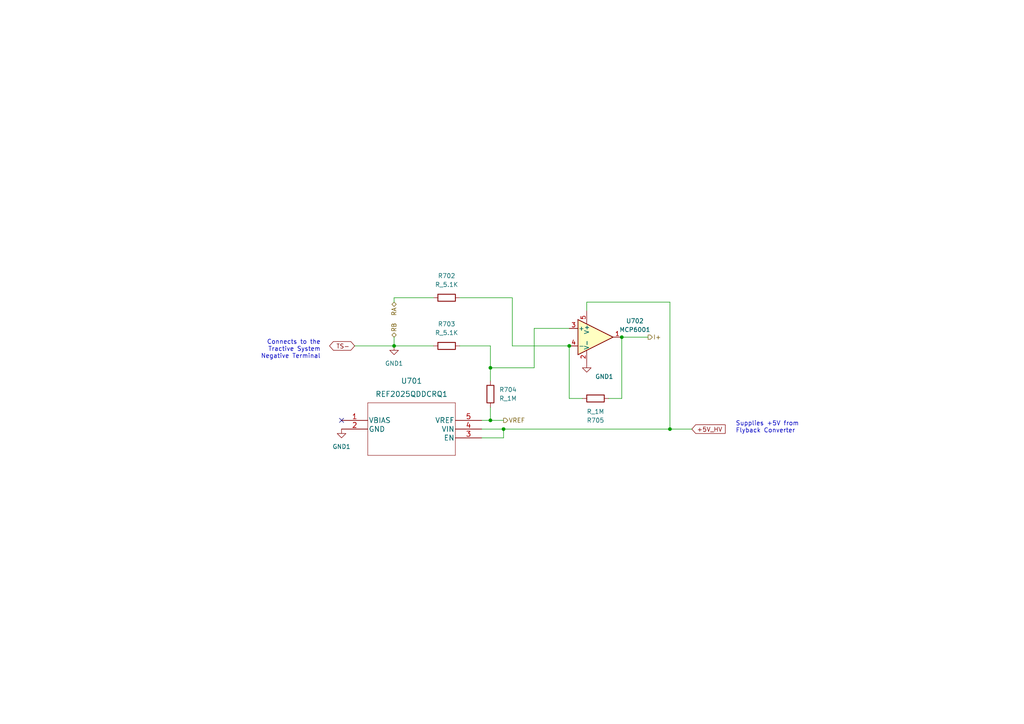
<source format=kicad_sch>
(kicad_sch (version 20211123) (generator eeschema)
  (paper "A4")
  (lib_symbols
    (symbol "GND1_1" (power) (pin_names (offset 0))
      (property "Value" "HV_GND" (at 0 -5.08 0))
      (symbol "GND1_1_0_1"
        (polyline (pts (xy 0 0) (xy 0 -1.27) (xy 1.27 -1.27) (xy 0 -2.54) (xy -1.27 -1.27) (xy 0 -1.27)))
      )
      (symbol "GND1_1_1_1"
        (pin power_in line (at 0 0 270) (length 0) hide (name "GND1") (number "1"))
      )
    )
    (symbol "OEM:MCP6001" (pin_names (offset 0.127))
      (property "Reference" "U" (at 0 5.08 0))
      (property "Value" "MCP6001" (at 0 -5.08 0))
      (symbol "MCP6001_0_1"
        (polyline (pts (xy -5.08 5.08) (xy 5.08 0) (xy -5.08 -5.08) (xy -5.08 5.08)) (stroke (width 0.254)) (fill (type background)))
        (pin power_in line (at -2.54 -7.62 90) (length 3.81) (name "V-") (number "2"))
        (pin power_in line (at -2.54 7.62 270) (length 3.81) (name "V+") (number "5"))
      )
      (symbol "MCP6001_1_1"
        (pin output line (at 7.62 0 180) (length 2.54) (name "~") (number "1"))
        (pin input line (at -7.62 2.54 0) (length 2.54) (name "+") (number "3"))
        (pin input line (at -7.62 -2.54 0) (length 2.54) (name "-") (number "4"))
      )
    )
    (symbol "OEM:REF2025QDDCRQ1" (pin_names (offset 0.254))
      (property "Reference" "U" (at 20.32 13.97 0))
      (property "Value" "REF2025QDDCRQ1" (at 20.32 10.16 0))
      (symbol "REF2025QDDCRQ1_1_1"
        (polyline (pts (xy 7.62 -10.16) (xy 33.02 -10.16)) (stroke (width 0.127)))
        (polyline (pts (xy 7.62 5.08) (xy 7.62 -10.16)) (stroke (width 0.127)))
        (polyline (pts (xy 33.02 -10.16) (xy 33.02 5.08)) (stroke (width 0.127)))
        (polyline (pts (xy 33.02 5.08) (xy 7.62 5.08)) (stroke (width 0.127)))
        (pin output line (at 0 0 0) (length 7.62) (name "VBIAS") (number "1"))
        (pin power_in line (at 0 -2.54 0) (length 7.62) (name "GND") (number "2"))
        (pin input line (at 40.64 -5.08 180) (length 7.62) (name "EN") (number "3"))
        (pin input line (at 40.64 -2.54 180) (length 7.62) (name "VIN") (number "4"))
        (pin output line (at 40.64 0 180) (length 7.62) (name "VREF") (number "5"))
      )
    )
    (symbol "formula:R_1M" (pin_numbers hide) (pin_names (offset 0))
      (property "Reference" "R" (at 2.032 0 90))
      (property "Value" "R_1M" (at 0 0 90))
      (symbol "R_1M_0_1"
        (rectangle (start -1.016 -2.54) (end 1.016 2.54) (stroke (width 0.254)))
      )
      (symbol "R_1M_1_1"
        (pin passive line (at 0 3.81 270) (length 1.27) (name "~") (number "1"))
        (pin passive line (at 0 -3.81 90) (length 1.27) (name "~") (number "2"))
      )
    )
    (symbol "formula:R_5.1K" (pin_numbers hide) (pin_names (offset 1.016) hide)
      (property "Reference" "R" (at -2.54 1.27 0))
      (property "Value" "R_5.1K" (at 2.54 0 90))
      (symbol "R_5.1K_0_1"
        (rectangle (start -1.016 -2.54) (end 1.016 2.54) (stroke (width 0.254)))
      )
      (symbol "R_5.1K_1_1"
        (pin passive line (at 0 3.81 270) (length 1.27) (name "~") (number "1"))
        (pin passive line (at 0 -3.81 90) (length 1.27) (name "~") (number "2"))
      )
    )
    (symbol "power:GND1" (power) (pin_names (offset 0))
      (property "Value" "GND1" (at 0 -3.81 0))
      (symbol "GND1_0_1"
        (polyline (pts (xy 0 0) (xy 0 -1.27) (xy 1.27 -1.27) (xy 0 -2.54) (xy -1.27 -1.27) (xy 0 -1.27)))
      )
      (symbol "GND1_1_1"
        (pin power_in line (at 0 0 270) (length 0) hide (name "GND1") (number "1"))
      )
    )
  )
  (junction (at 142.24 121.92))
  (junction (at 180.34 97.79))
  (junction (at 146.05 124.46))
  (junction (at 194.31 124.46))
  (junction (at 165.1 100.33))
  (junction (at 142.24 106.68))
  (junction (at 114.3 100.33))
  (no_connect (at 99.06 121.92))
  (wire (pts (xy 142.24 100.33) (xy 142.24 106.68)))
  (wire (pts (xy 146.05 127) (xy 146.05 124.46)))
  (wire (pts (xy 180.34 97.79) (xy 187.96 97.79)))
  (wire (pts (xy 165.1 95.25) (xy 154.94 95.25)))
  (wire (pts (xy 148.59 86.36) (xy 148.59 100.33)))
  (wire (pts (xy 194.31 124.46) (xy 194.31 87.63)))
  (wire (pts (xy 176.53 115.57) (xy 180.34 115.57)))
  (wire (pts (xy 114.3 100.33) (xy 125.73 100.33)))
  (wire (pts (xy 154.94 106.68) (xy 142.24 106.68)))
  (wire (pts (xy 194.31 124.46) (xy 200.66 124.46)))
  (wire (pts (xy 114.3 87.63) (xy 114.3 86.36)))
  (wire (pts (xy 165.1 100.33) (xy 165.1 115.57)))
  (wire (pts (xy 114.3 97.79) (xy 114.3 100.33)))
  (wire (pts (xy 154.94 95.25) (xy 154.94 106.68)))
  (wire (pts (xy 148.59 100.33) (xy 165.1 100.33)))
  (wire (pts (xy 133.35 86.36) (xy 148.59 86.36)))
  (wire (pts (xy 133.35 100.33) (xy 142.24 100.33)))
  (wire (pts (xy 142.24 118.11) (xy 142.24 121.92)))
  (wire (pts (xy 165.1 115.57) (xy 168.91 115.57)))
  (wire (pts (xy 139.7 124.46) (xy 146.05 124.46)))
  (wire (pts (xy 139.7 127) (xy 146.05 127)))
  (wire (pts (xy 114.3 86.36) (xy 125.73 86.36)))
  (wire (pts (xy 180.34 115.57) (xy 180.34 97.79)))
  (wire (pts (xy 142.24 121.92) (xy 146.05 121.92)))
  (wire (pts (xy 142.24 106.68) (xy 142.24 110.49)))
  (wire (pts (xy 146.05 124.46) (xy 194.31 124.46)))
  (wire (pts (xy 194.31 87.63) (xy 170.18 87.63)))
  (wire (pts (xy 139.7 121.92) (xy 142.24 121.92)))
  (wire (pts (xy 102.87 100.33) (xy 114.3 100.33)))
  (wire (pts (xy 170.18 87.63) (xy 170.18 90.17)))
  (text "Connects to the \nTractive System \nNegative Terminal \n" (at 93.98 104.14 180) (effects (font (size 1.27 1.27)) (justify right bottom)))
  (text "Supplies +5V from \nFlyback Converter " (at 213.36 125.73 0) (effects (font (size 1.27 1.27)) (justify left bottom)))
  (global_label "TS-" (shape bidirectional) (at 102.87 100.33 180) (property "Intersheet References" "${INTERSHEET_REFS}" (effects hide)))
  (global_label "+5V_HV" (shape input) (at 200.66 124.46 0) (property "Intersheet References" "${INTERSHEET_REFS}" (effects hide)))
  (hierarchical_label "I+" (shape output) (at 187.96 97.79 0))
  (hierarchical_label "VREF" (shape output) (at 146.05 121.92 0))
  (hierarchical_label "RA" (shape bidirectional) (at 114.3 87.63 270))
  (hierarchical_label "RB" (shape bidirectional) (at 114.3 97.79 90))
  (symbol (lib_id "OEM:REF2025QDDCRQ1") (at 99.06 121.92 0) (unit 1)
    (property "Reference" "U701" (at 119.38 110.49 0) (effects (font (size 1.524 1.524))))
    (property "Value" "REF2025QDDCRQ1" (at 119.38 114.3 0) (effects (font (size 1.524 1.524))))
    (property "Footprint" "footprints:REF2025QDDCRQ1" (effects hide))
  )
  (symbol (lib_id "formula:R_5.1K") (at 129.54 100.33 90) (unit 1)
    (property "Reference" "R703" (at 129.54 93.98 90))
    (property "Value" "R_5.1K" (at 129.54 96.52 90))
    (property "Footprint" "footprints:R_0603_1608Metric" (effects hide))
    (property "Datasheet" "https://www.seielect.com/catalog/sei-rmcf_rmcp.pdf" (effects hide))
    (property "MPN" "RMCF0805JT5K10TR-ND" (effects hide))
    (property "MFN" "DK" (effects hide))
    (property "PurchasingLink" "https://www.digikey.com/en/products/detail/stackpole-electronics-inc/RMCF0805JT5K10/1757930" (effects hide))
  )
  (symbol (lib_id "formula:R_5.1K") (at 129.54 86.36 90) (unit 1)
    (property "Reference" "R702" (at 129.54 80.01 90))
    (property "Value" "R_5.1K" (at 129.54 82.55 90))
    (property "Footprint" "footprints:R_0603_1608Metric" (effects hide))
    (property "Datasheet" "https://www.seielect.com/catalog/sei-rmcf_rmcp.pdf" (effects hide))
    (property "MPN" "RMCF0805JT5K10TR-ND" (effects hide))
    (property "MFN" "DK" (effects hide))
    (property "PurchasingLink" "https://www.digikey.com/en/products/detail/stackpole-electronics-inc/RMCF0805JT5K10/1757930" (effects hide))
  )
  (symbol (lib_id "formula:R_1M") (at 142.24 114.3 0) (unit 1)
    (property "Reference" "R704" (at 144.78 113.0299 0) (effects (justify left)))
    (property "Value" "R_1M" (at 144.78 115.5699 0) (effects (justify left)))
    (property "Footprint" "footprints:R_0603_1608Metric" (effects hide))
    (property "Datasheet" "https://www.seielect.com/Catalog/SEI-rncp.pdf" (effects hide))
    (property "MFN" "DK" (effects hide))
    (property "MPN" "RMCF0805JT1M00CT-ND" (effects hide))
    (property "PurchasingLink" "https://www.digikey.com/product-detail/en/stackpole-electronics-inc/RMCF0805JT1M00/RMCF0805JT1M00CT-ND/1942600" (effects hide))
  )
  (symbol (lib_name "GND1_1") (lib_id "power:GND1") (at 114.3 100.33 0) (unit 1)
    (property "Reference" "#PWR?" (effects hide))
    (property "Value" "HV_GND" (at 114.3 105.41 0))
  )
  (symbol (lib_id "power:GND1") (at 170.18 105.41 0) (unit 1)
    (property "Reference" "#PWR?" (effects hide))
    (property "Value" "HV_GND" (at 175.26 109.22 0))
  )
  (symbol (lib_id "OEM:MCP6001") (at 172.72 97.79 0) (unit 1)
    (property "Reference" "U702" (at 184.15 93.091 0))
    (property "Value" "MCP6001" (at 184.15 95.631 0))
    (property "Footprint" "OEM:SOT-23-5" (effects hide))
    (property "Datasheet" "https://drive.google.com/file/d/1iRWE-V3fswHQDYF5xrmd5FSgV35ZhRNx/view?usp=share_link" (effects hide))
    (property "MPN" "MCP6001T" (effects hide))
  )
  (symbol (lib_name "GND1_1") (lib_id "power:GND1") (at 99.06 124.46 0) (unit 1)
    (property "Reference" "#PWR?" (effects hide))
    (property "Value" "HV_GND" (at 99.06 129.54 0))
  )
  (symbol (lib_id "formula:R_1M") (at 172.72 115.57 270) (unit 1)
    (property "Reference" "R705" (at 172.72 121.92 90))
    (property "Value" "R_1M" (at 172.72 119.38 90))
    (property "Footprint" "footprints:R_0603_1608Metric" (effects hide))
    (property "Datasheet" "https://www.seielect.com/Catalog/SEI-rncp.pdf" (effects hide))
    (property "MFN" "DK" (effects hide))
    (property "MPN" "RMCF0805JT1M00CT-ND" (effects hide))
    (property "PurchasingLink" "https://www.digikey.com/product-detail/en/stackpole-electronics-inc/RMCF0805JT1M00/RMCF0805JT1M00CT-ND/1942600" (effects hide))
  )
)
</source>
